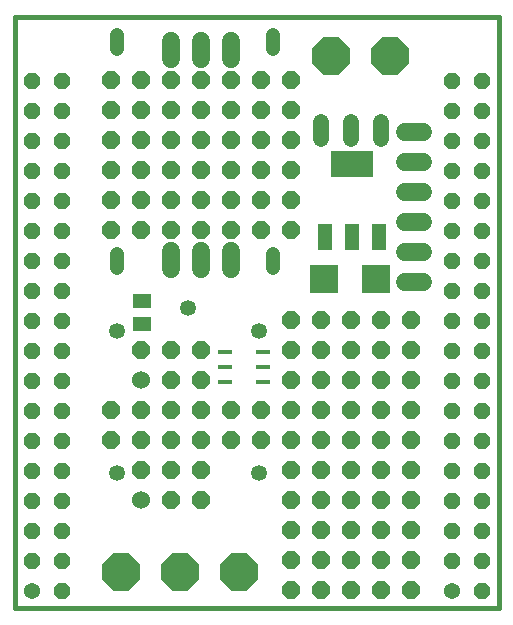
<source format=gbs>
G75*
%MOIN*%
%OFA0B0*%
%FSLAX24Y24*%
%IPPOS*%
%LPD*%
%AMOC8*
5,1,8,0,0,1.08239X$1,22.5*
%
%ADD10C,0.0160*%
%ADD11C,0.0540*%
%ADD12OC8,0.0540*%
%ADD13OC8,0.1250*%
%ADD14C,0.0472*%
%ADD15C,0.0540*%
%ADD16C,0.0531*%
%ADD17R,0.0480X0.0880*%
%ADD18R,0.1417X0.0866*%
%ADD19OC8,0.0600*%
%ADD20C,0.0600*%
%ADD21R,0.0480X0.0160*%
%ADD22R,0.0591X0.0512*%
%ADD23R,0.0945X0.0945*%
%ADD24C,0.0600*%
D10*
X002057Y000180D02*
X018199Y000180D01*
X018199Y019865D01*
X002057Y019865D01*
X002057Y000180D01*
D11*
X002628Y000735D03*
X016628Y000735D03*
D12*
X017628Y000735D03*
X017628Y001735D03*
X017628Y002735D03*
X017628Y003735D03*
X017628Y004735D03*
X017628Y005735D03*
X017628Y006735D03*
X017628Y007735D03*
X017628Y008735D03*
X017628Y009735D03*
X017628Y010735D03*
X017628Y011735D03*
X017628Y012735D03*
X017628Y013735D03*
X017628Y014735D03*
X017628Y015735D03*
X017628Y016735D03*
X017628Y017735D03*
X016628Y017735D03*
X016628Y016735D03*
X016628Y015735D03*
X016628Y014735D03*
X016628Y013735D03*
X016628Y012735D03*
X016628Y011735D03*
X016628Y010735D03*
X016628Y009735D03*
X016628Y008735D03*
X016628Y007735D03*
X016628Y006735D03*
X016628Y005735D03*
X016628Y004735D03*
X016628Y003735D03*
X016628Y002735D03*
X016628Y001735D03*
X003628Y001735D03*
X003628Y000735D03*
X002628Y001735D03*
X002628Y002735D03*
X003628Y002735D03*
X003628Y003735D03*
X003628Y004735D03*
X003628Y005735D03*
X003628Y006735D03*
X003628Y007735D03*
X003628Y008735D03*
X003628Y009735D03*
X003628Y010735D03*
X003628Y011735D03*
X003628Y012735D03*
X003628Y013735D03*
X003628Y014735D03*
X003628Y015735D03*
X003628Y016735D03*
X003628Y017735D03*
X002628Y017735D03*
X002628Y016735D03*
X002628Y015735D03*
X002628Y014735D03*
X002628Y013735D03*
X002628Y012735D03*
X002628Y011735D03*
X002628Y010735D03*
X002628Y009735D03*
X002628Y008735D03*
X002628Y007735D03*
X002628Y006735D03*
X002628Y005735D03*
X002628Y004735D03*
X002628Y003735D03*
D13*
X005600Y001361D03*
X007569Y001361D03*
X009537Y001361D03*
X012608Y018566D03*
X014577Y018566D03*
D14*
X010673Y018811D02*
X010673Y019283D01*
X005473Y019283D02*
X005473Y018811D01*
X005473Y011983D02*
X005473Y011511D01*
X010673Y011511D02*
X010673Y011983D01*
D15*
X012258Y015816D02*
X012258Y016356D01*
X013258Y016356D02*
X013258Y015816D01*
X014258Y015816D02*
X014258Y016356D01*
D16*
X007836Y010176D03*
X005474Y009389D03*
X005474Y004664D03*
X010199Y004664D03*
X010199Y009389D03*
D17*
X012387Y012543D03*
X013297Y012543D03*
X014207Y012543D03*
D18*
X013297Y014983D03*
D19*
X011277Y014782D03*
X011277Y015782D03*
X010277Y015782D03*
X010277Y014782D03*
X009277Y014782D03*
X009277Y015782D03*
X009277Y016782D03*
X009277Y017782D03*
X010277Y017782D03*
X010277Y016782D03*
X011277Y016782D03*
X011277Y017782D03*
X008277Y017782D03*
X007277Y017782D03*
X006277Y017782D03*
X005277Y017782D03*
X005277Y016782D03*
X005277Y015782D03*
X005277Y014782D03*
X005277Y013782D03*
X005277Y012782D03*
X006277Y012782D03*
X006277Y013782D03*
X006277Y014782D03*
X006277Y015782D03*
X006277Y016782D03*
X007277Y016782D03*
X007277Y015782D03*
X007277Y014782D03*
X007277Y013782D03*
X007277Y012782D03*
X008277Y012782D03*
X008277Y013782D03*
X008277Y014782D03*
X008277Y015782D03*
X008277Y016782D03*
X009277Y013782D03*
X009277Y012782D03*
X010277Y012782D03*
X010277Y013782D03*
X011277Y013782D03*
X011277Y012782D03*
X011277Y009782D03*
X011277Y008782D03*
X011277Y007782D03*
X011277Y006782D03*
X010277Y006782D03*
X009277Y006782D03*
X009277Y005782D03*
X010277Y005782D03*
X011277Y005782D03*
X011277Y004782D03*
X011277Y003782D03*
X011277Y002782D03*
X011277Y001782D03*
X011277Y000782D03*
X012277Y000782D03*
X012277Y001782D03*
X012277Y002782D03*
X012277Y003782D03*
X012277Y004782D03*
X012277Y005782D03*
X012277Y006782D03*
X012277Y007782D03*
X012277Y008782D03*
X012277Y009782D03*
X013277Y009782D03*
X013277Y008782D03*
X013277Y007782D03*
X013277Y006782D03*
X013277Y005782D03*
X013277Y004782D03*
X013277Y003782D03*
X013277Y002782D03*
X013277Y001782D03*
X013277Y000782D03*
X014277Y000782D03*
X014277Y001782D03*
X014277Y002782D03*
X014277Y003782D03*
X014277Y004782D03*
X014277Y005782D03*
X014277Y006782D03*
X014277Y007782D03*
X014277Y008782D03*
X014277Y009782D03*
X015277Y009782D03*
X015277Y008782D03*
X015277Y007782D03*
X015277Y006782D03*
X015277Y005782D03*
X015277Y004782D03*
X015277Y003782D03*
X015277Y002782D03*
X015277Y001782D03*
X015277Y000782D03*
X008277Y003782D03*
X007277Y003782D03*
X007277Y004782D03*
X006277Y004782D03*
X006277Y005782D03*
X005277Y005782D03*
X005277Y006782D03*
X006277Y006782D03*
X007277Y006782D03*
X007277Y005782D03*
X008277Y005782D03*
X008277Y004782D03*
X008277Y006782D03*
X008277Y007782D03*
X007277Y007782D03*
X007277Y008782D03*
X006277Y008782D03*
X008277Y008782D03*
D20*
X006277Y007782D03*
X006277Y003782D03*
D21*
X009065Y007692D03*
X009065Y008192D03*
X009065Y008692D03*
X010325Y008692D03*
X010325Y008192D03*
X010325Y007692D03*
D22*
X006289Y009649D03*
X006289Y010397D03*
D23*
X012372Y011125D03*
X014104Y011125D03*
D24*
X015064Y011046D02*
X015664Y011046D01*
X015664Y012046D02*
X015064Y012046D01*
X015064Y013046D02*
X015664Y013046D01*
X015664Y014046D02*
X015064Y014046D01*
X015064Y015046D02*
X015664Y015046D01*
X015664Y016046D02*
X015064Y016046D01*
X009277Y018482D02*
X009277Y019082D01*
X008277Y019082D02*
X008277Y018482D01*
X007277Y018482D02*
X007277Y019082D01*
X007277Y012082D02*
X007277Y011482D01*
X008277Y011482D02*
X008277Y012082D01*
X009277Y012082D02*
X009277Y011482D01*
M02*

</source>
